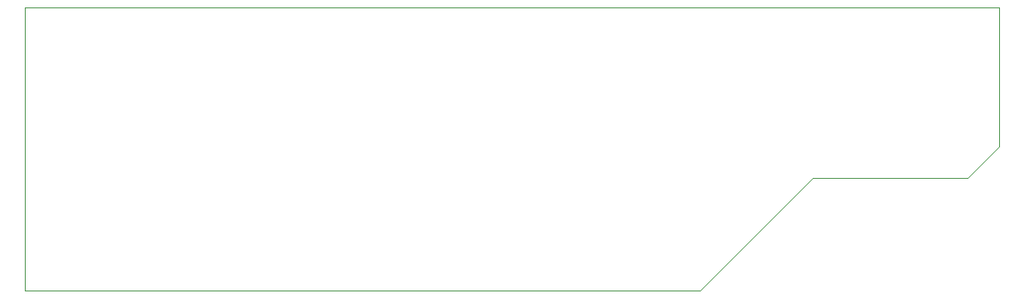
<source format=gbr>
%TF.GenerationSoftware,KiCad,Pcbnew,5.1.10*%
%TF.CreationDate,2021-11-10T11:11:15+01:00*%
%TF.ProjectId,Buck-Boost_12V,4275636b-2d42-46f6-9f73-745f3132562e,rev?*%
%TF.SameCoordinates,Original*%
%TF.FileFunction,Profile,NP*%
%FSLAX46Y46*%
G04 Gerber Fmt 4.6, Leading zero omitted, Abs format (unit mm)*
G04 Created by KiCad (PCBNEW 5.1.10) date 2021-11-10 11:11:15*
%MOMM*%
%LPD*%
G01*
G04 APERTURE LIST*
%TA.AperFunction,Profile*%
%ADD10C,0.050000*%
%TD*%
G04 APERTURE END LIST*
D10*
X93800000Y-85500000D02*
X93800000Y-56500000D01*
X162800000Y-85500000D02*
X93800000Y-85500000D01*
X174300000Y-74000000D02*
X162800000Y-85500000D01*
X190200000Y-74000000D02*
X174300000Y-74000000D01*
X193400000Y-70800000D02*
X190200000Y-74000000D01*
X193400000Y-56500000D02*
X193400000Y-70800000D01*
X93800000Y-56500000D02*
X193400000Y-56500000D01*
M02*

</source>
